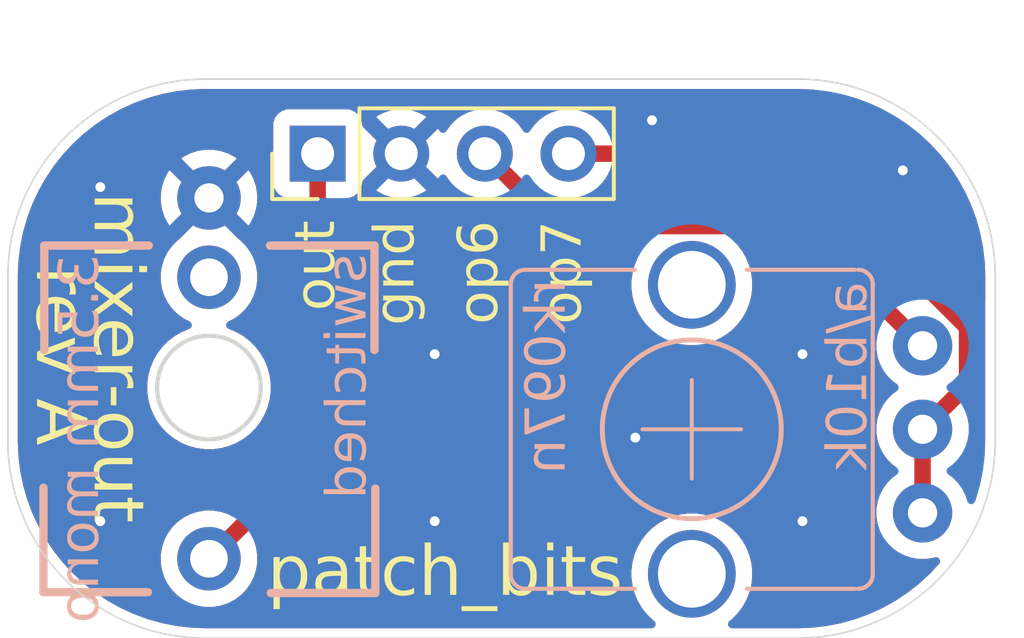
<source format=kicad_pcb>
(kicad_pcb (version 20241229) (generator "pcbnew") (generator_version "9.0")
  (layers (0 "F.Cu" signal) (2 "B.Cu" power) (13 "F.Paste" user) (15 "B.Paste" user) (5 "F.SilkS" user "F.Silkscreen") (7 "B.SilkS" user "B.Silkscreen") (1 "F.Mask" user) (3 "B.Mask" user) (25 "Edge.Cuts" user))
  (net 0 "")
  (net 1 "GND")
  (net 3 "/MIX_OUT")
  (net 4 "/TO_OPAMP_7")
  (net 5 "/TO_OPAMP_6")
  (footprint "Connector_PinHeader_2.54mm:PinHeader_1x04_P2.54mm_Vertical" (layer "F.Cu") (at 129.032 84.328 90)
    (property "Reference" "J3" (hide yes))
    (property "Value" "Conn_01x04")
    (fp_line (start -1.38 -1.38) (end 0 -1.38) (stroke (width 0.12)) (layer "F.SilkS"))
    (fp_line (start -1.38 0) (end -1.38 -1.38) (stroke (width 0.12)) (layer "F.SilkS"))
    (fp_line (start 1.38 1.27) (end 1.38 9) (stroke (width 0.12)) (layer "F.SilkS"))
    (fp_line (start -1.38 1.27) (end 1.38 1.27) (stroke (width 0.12)) (layer "F.SilkS"))
    (fp_line (start -1.38 1.27) (end -1.38 9) (stroke (width 0.12)) (layer "F.SilkS"))
    (fp_line (start -1.38 9) (end 1.38 9) (stroke (width 0.12)) (layer "F.SilkS"))
    (pad "1" thru_hole rect (at 0 0 90) (size 1.7 1.7) (drill 1) (layers "*.Cu" "*.Mask") (net 3 "/MIX_OUT"))
    (pad "2" thru_hole circle (at 0 2.54 90) (size 1.7 1.7) (drill 1) (layers "*.Cu" "*.Mask") (net 1 "GND"))
    (pad "3" thru_hole circle (at 0 5.08 90) (size 1.7 1.7) (drill 1) (layers "*.Cu" "*.Mask") (net 5 "/TO_OPAMP_6"))
    (pad "4" thru_hole circle (at 0 7.62 90) (size 1.7 1.7) (drill 1) (layers "*.Cu" "*.Mask") (net 4 "/TO_OPAMP_7"))
  )
  (footprint "elemental_jack:EighthInch_PJ398SM" (layer "B.Cu") (at 125.73 91.44 90)
    (property "Reference" "J1" (hide yes))
    (property "Value" "3.5mm_Mono_Switched" (hide yes))
    (fp_line (start -6.223 -5.0292) (end -3.048 -5.0292) (stroke (width 0.254)) (layer "B.SilkS"))
    (fp_line (start 4.318 -5.0038) (end 4.318 -1.8288) (stroke (width 0.254)) (layer "B.SilkS"))
    (fp_line (start 1.143 -5.0038) (end 4.318 -5.0038) (stroke (width 0.254)) (layer "B.SilkS"))
    (fp_line (start -6.223 -1.8542) (end -6.223 -5.0292) (stroke (width 0.254)) (layer "B.SilkS"))
    (fp_line (start 4.318 1.8542) (end 4.318 5.0292) (stroke (width 0.254)) (layer "B.SilkS"))
    (fp_line (start 4.318 5.0292) (end 1.143 5.0292) (stroke (width 0.254)) (layer "B.SilkS"))
    (fp_line (start -3.0734 5.0546) (end -6.2484 5.0546) (stroke (width 0.254)) (layer "B.SilkS"))
    (fp_line (start -6.2484 5.0546) (end -6.2484 1.8796) (stroke (width 0.254)) (layer "B.SilkS"))
    (fp_circle (center 0 0) (end 1.5748 0) (stroke (width 0.127)) (fill no) (layer "Edge.Cuts"))
    (pad "1" thru_hole circle (at -5.207 0 90) (size 1.9304 1.9304) (drill 1.143) (layers "*.Cu" "*.Mask") (net 3 "/MIX_OUT"))
    (pad "2" thru_hole circle (at 5.7658 0 90) (size 1.9304 1.9304) (drill 0.889) (layers "*.Cu" "*.Mask") (net 1 "GND"))
    (pad "3" thru_hole circle (at 3.3528 0 90) (size 1.9304 1.9304) (drill 1.143) (layers "*.Cu" "*.Mask"))
  )
  (footprint "elemental_potentiometer:Pot_9mm_Knurl_NoDet" (layer "B.Cu") (at 140.4 92.71 90)
    (property "Reference" "RV1" (hide yes))
    (property "Value" "a/b10k" (at -1.27 4.1 90) (layer "B.SilkS") (effects (font (size 1.2 1.2)) (justify right top mirror)))
    (fp_line (start -4.41 -5.5) (end 4.41 -5.5) (stroke (width 0.127)) (layer "B.SilkS"))
    (fp_line (start 4.85 -1.7272) (end 4.85 -5.06) (stroke (width 0.127)) (layer "B.SilkS"))
    (fp_line (start -4.85 -1.7272) (end -4.85 -5.06) (stroke (width 0.127)) (layer "B.SilkS"))
    (fp_line (start 0 -1.5) (end 0 1.5) (stroke (width 0.12)) (layer "B.SilkS"))
    (fp_line (start -1.5 0) (end 1.5 0) (stroke (width 0.12)) (layer "B.SilkS"))
    (fp_line (start 4.85 4.95) (end 4.85 1.6764) (stroke (width 0.127)) (layer "B.SilkS"))
    (fp_line (start -4.85 4.95) (end -4.85 1.6764) (stroke (width 0.127)) (layer "B.SilkS"))
    (fp_line (start 4.41 5.5) (end -4.41 5.5) (stroke (width 0.127)) (layer "B.SilkS"))
    (fp_arc (start 4.41 -5.5) (mid 4.724636 -5.367578) (end 4.849887 -5.050018) (stroke (width 0.127)) (layer "B.SilkS"))
    (fp_arc (start -4.85 -5.06) (mid -4.717578 -5.374637) (end -4.400018 -5.499887) (stroke (width 0.127)) (layer "B.SilkS"))
    (fp_arc (start 1.651 2.159) (mid -1.651 -2.159) (end 1.651 2.159) (stroke (width 0.15)) (layer "B.SilkS"))
    (fp_arc (start 4.85 5.06) (mid 4.717578 5.374636) (end 4.400018 5.499887) (stroke (width 0.127)) (layer "B.SilkS"))
    (fp_arc (start -4.41 5.5) (mid -4.724637 5.367578) (end -4.849887 5.050018) (stroke (width 0.127)) (layer "B.SilkS"))
    (pad "1" thru_hole circle (at 2.539837 7.012243 180) (size 1.8034 1.8034) (drill 0.889) (layers "*.Cu" "*.Mask") (net 5 "/TO_OPAMP_6"))
    (pad "2" thru_hole circle (at -0.000163 7.012243 180) (size 1.8034 1.8034) (drill 0.889) (layers "*.Cu" "*.Mask") (net 4 "/TO_OPAMP_7"))
    (pad "3" thru_hole circle (at -2.540163 7.012243 180) (size 1.8034 1.8034) (drill 0.889) (layers "*.Cu" "*.Mask") (net 4 "/TO_OPAMP_7"))
    (pad "4" thru_hole circle (at 4.394037 0.001843 90) (size 2.667 2.667) (drill 2.0574) (layers "*.Cu" "*.Mask"))
    (pad "5" thru_hole circle (at -4.394363 0.001843 90) (size 2.667 2.667) (drill 2.0574) (layers "*.Cu" "*.Mask"))
  )
  (gr_line (start 149.62 88.06) (end 149.62 93.06) (stroke (width 0.05)) (layer "Edge.Cuts"))
  (gr_arc (start 119.62 88.06) (mid 121.377359 83.817359) (end 125.62 82.06) (stroke (width 0.05)) (layer "Edge.Cuts"))
  (gr_arc (start 125.62 99.06) (mid 121.377359 97.302641) (end 119.62 93.06) (stroke (width 0.05)) (layer "Edge.Cuts"))
  (gr_line (start 143.62 99.06) (end 125.62 99.06) (stroke (width 0.05)) (layer "Edge.Cuts"))
  (gr_line (start 125.62 82.06) (end 143.62 82.06) (stroke (width 0.05)) (layer "Edge.Cuts"))
  (gr_arc (start 149.62 93.06) (mid 147.862641 97.302641) (end 143.62 99.06) (stroke (width 0.05)) (layer "Edge.Cuts"))
  (gr_line (start 119.62 93.06) (end 119.62 88.06) (stroke (width 0.05)) (layer "Edge.Cuts"))
  (gr_arc (start 143.62 82.06) (mid 147.862641 83.817359) (end 149.62 88.06) (stroke (width 0.05)) (layer "Edge.Cuts"))
  (gr_text "rev A" (at 120.25 87.75 270) (layer "F.SilkS") (effects (font (size 1.5 1.5) (thickness 0.1)) (justify left bottom)))
  (gr_text "out" (at 129.032 86.36 90) (layer "F.SilkS") (effects (font (size 1.2 1.2)) (justify right)))
  (gr_text "mixer-out" (at 122 85.5 270) (layer "F.SilkS") (effects (font (size 1.5 1.5) (thickness 0.1)) (justify left bottom)))
  (gr_text "op7" (at 136.525 86.36 90) (layer "F.SilkS") (effects (font (size 1.2 1.2)) (justify right)))
  (gr_text "op6" (at 133.985 86.36 90) (layer "F.SilkS") (effects (font (size 1.2 1.2)) (justify right)))
  (gr_text "patch_bits" (at 127.5 98 0) (layer "F.SilkS") (effects (font (size 1.5 1.5) (thickness 0.1)) (justify left bottom)))
  (gr_text "gnd" (at 131.445 86.36 90) (layer "F.SilkS") (effects (font (size 1.2 1.2)) (justify right)))
  (gr_text "3.5mm mono" (at 121.158 87.376 90) (layer "B.SilkS") (effects (font (size 1.2 1.2)) (justify left top mirror)))
  (gr_text "switched" (at 129.286 87.376 90) (layer "B.SilkS") (effects (font (size 1.2 1.2)) (justify left top mirror)))
  (gr_text "rk097n" (at 135.34 88.138 90) (layer "B.SilkS") (effects (font (size 1.2 1.2)) (justify left top mirror)))
  (via (at 132.588 90.424) (size 0.6) (drill 0.3) (layers "F.Cu" "B.Cu") (net 1))
  (via (at 143.764 95.504) (size 0.6) (drill 0.3) (layers "F.Cu" "B.Cu") (net 1))
  (via (at 146.812 84.836) (size 0.6) (drill 0.3) (layers "F.Cu" "B.Cu") (net 1))
  (via (at 139.192 83.312) (size 0.6) (drill 0.3) (layers "F.Cu" "B.Cu") (net 1))
  (via (at 143.764 90.424) (size 0.6) (drill 0.3) (layers "F.Cu" "B.Cu") (net 1))
  (via (at 138.684 92.964) (size 0.6) (drill 0.3) (layers "F.Cu" "B.Cu") (net 1))
  (via (at 132.588 95.504) (size 0.6) (drill 0.3) (layers "F.Cu" "B.Cu") (net 1))
  (via (at 122.428 85.344) (size 0.6) (drill 0.3) (layers "F.Cu" "B.Cu") (net 1))
  (via (at 122.428 95.504) (size 0.6) (drill 0.3) (layers "F.Cu" "B.Cu") (net 1))
  (segment (start 129.032 93.345) (end 125.73 96.647) (width 0.5) (layer "F.Cu") (net 3))
  (segment (start 129.032 84.328) (end 129.032 93.345) (width 0.5) (layer "F.Cu") (net 3))
  (segment (start 148.764943 91.357463) (end 148.764943 89.609856) (width 0.5) (layer "F.Cu") (net 4))
  (segment (start 147.412243 92.710163) (end 148.764943 91.357463) (width 0.5) (layer "F.Cu") (net 4))
  (segment (start 148.764943 89.609856) (end 143.483087 84.328) (width 0.5) (layer "F.Cu") (net 4))
  (segment (start 147.412243 95.250163) (end 147.412243 92.710163) (width 0.5) (layer "F.Cu") (net 4))
  (segment (start 143.483087 84.328) (end 136.652 84.328) (width 0.5) (layer "F.Cu") (net 4))
  (segment (start 147.412243 90.170163) (end 143.773543 86.531463) (width 0.5) (layer "F.Cu") (net 5))
  (segment (start 136.315463 86.531463) (end 134.112 84.328) (width 0.5) (layer "F.Cu") (net 5))
  (segment (start 143.773543 86.531463) (end 136.315463 86.531463) (width 0.5) (layer "F.Cu") (net 5))
  (zone (net 1) (net_name "GND") (layer "F.Cu") (connect_pads (clearance 0.5)) (min_thickness 0.25) (fill yes (thermal_gap 0.5) (thermal_bridge_width 0.5))
    (polygon (pts (xy 119.38 81.915) (xy 150.495 81.915) (xy 150.495 99.06) (xy 119.38 99.06)))
  )
  (zone (net 1) (net_name "GND") (layer "B.Cu") (priority 1) (connect_pads (clearance 0.5)) (min_thickness 0.25) (fill yes (thermal_gap 0.5) (thermal_bridge_width 0.5))
    (polygon (pts (xy 119.38 81.915) (xy 150.495 81.915) (xy 150.495 99.06) (xy 119.38 99.06)))
  )
)
</source>
